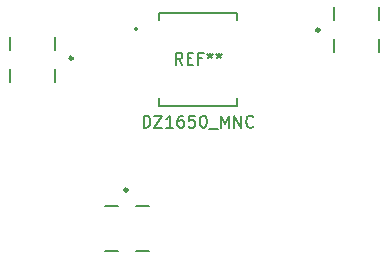
<source format=gbr>
%TF.GenerationSoftware,KiCad,Pcbnew,7.0.8*%
%TF.CreationDate,2024-03-13T12:02:19-04:00*%
%TF.ProjectId,Mixer,4d697865-722e-46b6-9963-61645f706362,rev?*%
%TF.SameCoordinates,Original*%
%TF.FileFunction,Legend,Top*%
%TF.FilePolarity,Positive*%
%FSLAX46Y46*%
G04 Gerber Fmt 4.6, Leading zero omitted, Abs format (unit mm)*
G04 Created by KiCad (PCBNEW 7.0.8) date 2024-03-13 12:02:19*
%MOMM*%
%LPD*%
G01*
G04 APERTURE LIST*
%ADD10C,0.150000*%
%ADD11C,0.127000*%
%ADD12C,0.300000*%
%ADD13C,0.152400*%
G04 APERTURE END LIST*
D10*
X75057166Y-76654819D02*
X74723833Y-76178628D01*
X74485738Y-76654819D02*
X74485738Y-75654819D01*
X74485738Y-75654819D02*
X74866690Y-75654819D01*
X74866690Y-75654819D02*
X74961928Y-75702438D01*
X74961928Y-75702438D02*
X75009547Y-75750057D01*
X75009547Y-75750057D02*
X75057166Y-75845295D01*
X75057166Y-75845295D02*
X75057166Y-75988152D01*
X75057166Y-75988152D02*
X75009547Y-76083390D01*
X75009547Y-76083390D02*
X74961928Y-76131009D01*
X74961928Y-76131009D02*
X74866690Y-76178628D01*
X74866690Y-76178628D02*
X74485738Y-76178628D01*
X75485738Y-76131009D02*
X75819071Y-76131009D01*
X75961928Y-76654819D02*
X75485738Y-76654819D01*
X75485738Y-76654819D02*
X75485738Y-75654819D01*
X75485738Y-75654819D02*
X75961928Y-75654819D01*
X76723833Y-76131009D02*
X76390500Y-76131009D01*
X76390500Y-76654819D02*
X76390500Y-75654819D01*
X76390500Y-75654819D02*
X76866690Y-75654819D01*
X77390500Y-75654819D02*
X77390500Y-75892914D01*
X77152405Y-75797676D02*
X77390500Y-75892914D01*
X77390500Y-75892914D02*
X77628595Y-75797676D01*
X77247643Y-76083390D02*
X77390500Y-75892914D01*
X77390500Y-75892914D02*
X77533357Y-76083390D01*
X78152405Y-75654819D02*
X78152405Y-75892914D01*
X77914310Y-75797676D02*
X78152405Y-75892914D01*
X78152405Y-75892914D02*
X78390500Y-75797676D01*
X78009548Y-76083390D02*
X78152405Y-75892914D01*
X78152405Y-75892914D02*
X78295262Y-76083390D01*
X71771452Y-81988819D02*
X71771452Y-80988819D01*
X71771452Y-80988819D02*
X72009547Y-80988819D01*
X72009547Y-80988819D02*
X72152404Y-81036438D01*
X72152404Y-81036438D02*
X72247642Y-81131676D01*
X72247642Y-81131676D02*
X72295261Y-81226914D01*
X72295261Y-81226914D02*
X72342880Y-81417390D01*
X72342880Y-81417390D02*
X72342880Y-81560247D01*
X72342880Y-81560247D02*
X72295261Y-81750723D01*
X72295261Y-81750723D02*
X72247642Y-81845961D01*
X72247642Y-81845961D02*
X72152404Y-81941200D01*
X72152404Y-81941200D02*
X72009547Y-81988819D01*
X72009547Y-81988819D02*
X71771452Y-81988819D01*
X72676214Y-80988819D02*
X73342880Y-80988819D01*
X73342880Y-80988819D02*
X72676214Y-81988819D01*
X72676214Y-81988819D02*
X73342880Y-81988819D01*
X74247642Y-81988819D02*
X73676214Y-81988819D01*
X73961928Y-81988819D02*
X73961928Y-80988819D01*
X73961928Y-80988819D02*
X73866690Y-81131676D01*
X73866690Y-81131676D02*
X73771452Y-81226914D01*
X73771452Y-81226914D02*
X73676214Y-81274533D01*
X75104785Y-80988819D02*
X74914309Y-80988819D01*
X74914309Y-80988819D02*
X74819071Y-81036438D01*
X74819071Y-81036438D02*
X74771452Y-81084057D01*
X74771452Y-81084057D02*
X74676214Y-81226914D01*
X74676214Y-81226914D02*
X74628595Y-81417390D01*
X74628595Y-81417390D02*
X74628595Y-81798342D01*
X74628595Y-81798342D02*
X74676214Y-81893580D01*
X74676214Y-81893580D02*
X74723833Y-81941200D01*
X74723833Y-81941200D02*
X74819071Y-81988819D01*
X74819071Y-81988819D02*
X75009547Y-81988819D01*
X75009547Y-81988819D02*
X75104785Y-81941200D01*
X75104785Y-81941200D02*
X75152404Y-81893580D01*
X75152404Y-81893580D02*
X75200023Y-81798342D01*
X75200023Y-81798342D02*
X75200023Y-81560247D01*
X75200023Y-81560247D02*
X75152404Y-81465009D01*
X75152404Y-81465009D02*
X75104785Y-81417390D01*
X75104785Y-81417390D02*
X75009547Y-81369771D01*
X75009547Y-81369771D02*
X74819071Y-81369771D01*
X74819071Y-81369771D02*
X74723833Y-81417390D01*
X74723833Y-81417390D02*
X74676214Y-81465009D01*
X74676214Y-81465009D02*
X74628595Y-81560247D01*
X76104785Y-80988819D02*
X75628595Y-80988819D01*
X75628595Y-80988819D02*
X75580976Y-81465009D01*
X75580976Y-81465009D02*
X75628595Y-81417390D01*
X75628595Y-81417390D02*
X75723833Y-81369771D01*
X75723833Y-81369771D02*
X75961928Y-81369771D01*
X75961928Y-81369771D02*
X76057166Y-81417390D01*
X76057166Y-81417390D02*
X76104785Y-81465009D01*
X76104785Y-81465009D02*
X76152404Y-81560247D01*
X76152404Y-81560247D02*
X76152404Y-81798342D01*
X76152404Y-81798342D02*
X76104785Y-81893580D01*
X76104785Y-81893580D02*
X76057166Y-81941200D01*
X76057166Y-81941200D02*
X75961928Y-81988819D01*
X75961928Y-81988819D02*
X75723833Y-81988819D01*
X75723833Y-81988819D02*
X75628595Y-81941200D01*
X75628595Y-81941200D02*
X75580976Y-81893580D01*
X76771452Y-80988819D02*
X76866690Y-80988819D01*
X76866690Y-80988819D02*
X76961928Y-81036438D01*
X76961928Y-81036438D02*
X77009547Y-81084057D01*
X77009547Y-81084057D02*
X77057166Y-81179295D01*
X77057166Y-81179295D02*
X77104785Y-81369771D01*
X77104785Y-81369771D02*
X77104785Y-81607866D01*
X77104785Y-81607866D02*
X77057166Y-81798342D01*
X77057166Y-81798342D02*
X77009547Y-81893580D01*
X77009547Y-81893580D02*
X76961928Y-81941200D01*
X76961928Y-81941200D02*
X76866690Y-81988819D01*
X76866690Y-81988819D02*
X76771452Y-81988819D01*
X76771452Y-81988819D02*
X76676214Y-81941200D01*
X76676214Y-81941200D02*
X76628595Y-81893580D01*
X76628595Y-81893580D02*
X76580976Y-81798342D01*
X76580976Y-81798342D02*
X76533357Y-81607866D01*
X76533357Y-81607866D02*
X76533357Y-81369771D01*
X76533357Y-81369771D02*
X76580976Y-81179295D01*
X76580976Y-81179295D02*
X76628595Y-81084057D01*
X76628595Y-81084057D02*
X76676214Y-81036438D01*
X76676214Y-81036438D02*
X76771452Y-80988819D01*
X77295262Y-82084057D02*
X78057166Y-82084057D01*
X78295262Y-81988819D02*
X78295262Y-80988819D01*
X78295262Y-80988819D02*
X78628595Y-81703104D01*
X78628595Y-81703104D02*
X78961928Y-80988819D01*
X78961928Y-80988819D02*
X78961928Y-81988819D01*
X79438119Y-81988819D02*
X79438119Y-80988819D01*
X79438119Y-80988819D02*
X80009547Y-81988819D01*
X80009547Y-81988819D02*
X80009547Y-80988819D01*
X81057166Y-81893580D02*
X81009547Y-81941200D01*
X81009547Y-81941200D02*
X80866690Y-81988819D01*
X80866690Y-81988819D02*
X80771452Y-81988819D01*
X80771452Y-81988819D02*
X80628595Y-81941200D01*
X80628595Y-81941200D02*
X80533357Y-81845961D01*
X80533357Y-81845961D02*
X80485738Y-81750723D01*
X80485738Y-81750723D02*
X80438119Y-81560247D01*
X80438119Y-81560247D02*
X80438119Y-81417390D01*
X80438119Y-81417390D02*
X80485738Y-81226914D01*
X80485738Y-81226914D02*
X80533357Y-81131676D01*
X80533357Y-81131676D02*
X80628595Y-81036438D01*
X80628595Y-81036438D02*
X80771452Y-80988819D01*
X80771452Y-80988819D02*
X80866690Y-80988819D01*
X80866690Y-80988819D02*
X81009547Y-81036438D01*
X81009547Y-81036438D02*
X81057166Y-81084057D01*
D11*
%TO.C,REF\u002A\u002A*%
X64258000Y-74302750D02*
X64258000Y-75402750D01*
X60458000Y-74302750D02*
X60458000Y-75402750D01*
X64258000Y-77002750D02*
X64258000Y-78102750D01*
X60458000Y-77002750D02*
X60458000Y-78102750D01*
D12*
X65726000Y-76129750D02*
G75*
G03*
X65726000Y-76129750I-100000J0D01*
G01*
D11*
X68460750Y-88650000D02*
X69560750Y-88650000D01*
X68460750Y-92450000D02*
X69560750Y-92450000D01*
X71160750Y-88650000D02*
X72260750Y-88650000D01*
X71160750Y-92450000D02*
X72260750Y-92450000D01*
D12*
X70387750Y-87282000D02*
G75*
G03*
X70387750Y-87282000I-100000J0D01*
G01*
X86620000Y-73733000D02*
G75*
G03*
X86620000Y-73733000I-100000J0D01*
G01*
D11*
X91688000Y-72860000D02*
X91688000Y-71760000D01*
X87888000Y-72860000D02*
X87888000Y-71760000D01*
X91688000Y-75560000D02*
X91688000Y-74460000D01*
X87888000Y-75560000D02*
X87888000Y-74460000D01*
D13*
X73088500Y-80137000D02*
X79692500Y-80137000D01*
X79692500Y-80137000D02*
X79692500Y-79517240D01*
X79692500Y-72263000D02*
X73088500Y-72263000D01*
X73088500Y-72263000D02*
X73088500Y-72882760D01*
X73088500Y-79517240D02*
X73088500Y-80137000D01*
X79692500Y-72882760D02*
X79692500Y-72263000D01*
X71272400Y-73660000D02*
G75*
G03*
X71272400Y-73660000I-127000J0D01*
G01*
%TD*%
M02*

</source>
